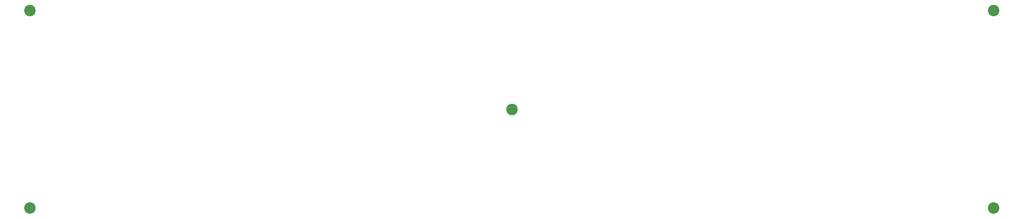
<source format=gbr>
G04 #@! TF.GenerationSoftware,KiCad,Pcbnew,5.1.9*
G04 #@! TF.CreationDate,2021-03-20T02:04:08-07:00*
G04 #@! TF.ProjectId,base,62617365-2e6b-4696-9361-645f70636258,rev?*
G04 #@! TF.SameCoordinates,Original*
G04 #@! TF.FileFunction,Soldermask,Bot*
G04 #@! TF.FilePolarity,Negative*
%FSLAX46Y46*%
G04 Gerber Fmt 4.6, Leading zero omitted, Abs format (unit mm)*
G04 Created by KiCad (PCBNEW 5.1.9) date 2021-03-20 02:04:08*
%MOMM*%
%LPD*%
G01*
G04 APERTURE LIST*
%ADD10C,2.200000*%
G04 APERTURE END LIST*
D10*
X67975000Y-44000000D03*
X67975000Y-82000000D03*
X253475000Y-44000000D03*
X160725000Y-63000000D03*
X253475000Y-82000000D03*
M02*

</source>
